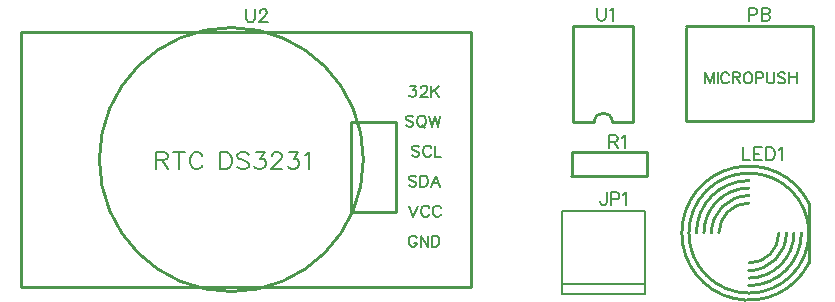
<source format=gto>
G04 Layer: TopSilkscreenLayer*
G04 EasyEDA v6.5.38, 2023-11-21 20:31:00*
G04 3b2ada83d2834a8189a3dbe9e069efb4,bdc27fef4a1345bbb39b87b2aadd64ff,10*
G04 Gerber Generator version 0.2*
G04 Scale: 100 percent, Rotated: No, Reflected: No *
G04 Dimensions in millimeters *
G04 leading zeros omitted , absolute positions ,4 integer and 5 decimal *
%FSLAX45Y45*%
%MOMM*%

%ADD10C,0.1524*%
%ADD11C,0.2032*%
%ADD12C,0.2540*%

%LPD*%
D10*
X6046470Y3036315D02*
G01*
X6046470Y2953257D01*
X6041136Y2937510D01*
X6036056Y2932429D01*
X6025641Y2927350D01*
X6015227Y2927350D01*
X6004813Y2932429D01*
X5999479Y2937510D01*
X5994400Y2953257D01*
X5994400Y2963671D01*
X6080759Y3036315D02*
G01*
X6080759Y2927350D01*
X6080759Y3036315D02*
G01*
X6127495Y3036315D01*
X6142990Y3031236D01*
X6148070Y3025902D01*
X6153404Y3015487D01*
X6153404Y2999994D01*
X6148070Y2989579D01*
X6142990Y2984500D01*
X6127495Y2979165D01*
X6080759Y2979165D01*
X6187693Y3015487D02*
G01*
X6198108Y3020821D01*
X6213602Y3036315D01*
X6213602Y2927350D01*
X7200900Y3417315D02*
G01*
X7200900Y3308350D01*
X7200900Y3308350D02*
G01*
X7263129Y3308350D01*
X7297420Y3417315D02*
G01*
X7297420Y3308350D01*
X7297420Y3417315D02*
G01*
X7364984Y3417315D01*
X7297420Y3365500D02*
G01*
X7339075Y3365500D01*
X7297420Y3308350D02*
G01*
X7364984Y3308350D01*
X7399274Y3417315D02*
G01*
X7399274Y3308350D01*
X7399274Y3417315D02*
G01*
X7435850Y3417315D01*
X7451343Y3412236D01*
X7461758Y3401821D01*
X7466838Y3391407D01*
X7472172Y3375660D01*
X7472172Y3349752D01*
X7466838Y3334257D01*
X7461758Y3323844D01*
X7451343Y3313429D01*
X7435850Y3308350D01*
X7399274Y3308350D01*
X7506461Y3396487D02*
G01*
X7516875Y3401821D01*
X7532370Y3417315D01*
X7532370Y3308350D01*
X7251700Y4598415D02*
G01*
X7251700Y4489450D01*
X7251700Y4598415D02*
G01*
X7298436Y4598415D01*
X7313929Y4593336D01*
X7319263Y4588002D01*
X7324343Y4577587D01*
X7324343Y4562094D01*
X7319263Y4551679D01*
X7313929Y4546600D01*
X7298436Y4541265D01*
X7251700Y4541265D01*
X7358634Y4598415D02*
G01*
X7358634Y4489450D01*
X7358634Y4598415D02*
G01*
X7405370Y4598415D01*
X7421118Y4593336D01*
X7426197Y4588002D01*
X7431531Y4577587D01*
X7431531Y4567173D01*
X7426197Y4556760D01*
X7421118Y4551679D01*
X7405370Y4546600D01*
X7358634Y4546600D02*
G01*
X7405370Y4546600D01*
X7421118Y4541265D01*
X7426197Y4536186D01*
X7431531Y4525771D01*
X7431531Y4510023D01*
X7426197Y4499610D01*
X7421118Y4494529D01*
X7405370Y4489450D01*
X7358634Y4489450D01*
D11*
X6883400Y4055115D02*
G01*
X6883400Y3959611D01*
X6883400Y4055115D02*
G01*
X6919722Y3959611D01*
X6956043Y4055115D02*
G01*
X6919722Y3959611D01*
X6956043Y4055115D02*
G01*
X6956043Y3959611D01*
X6986015Y4055115D02*
G01*
X6986015Y3959611D01*
X7084313Y4032255D02*
G01*
X7079741Y4041399D01*
X7070597Y4050543D01*
X7061708Y4055115D01*
X7043420Y4055115D01*
X7034275Y4050543D01*
X7025131Y4041399D01*
X7020559Y4032255D01*
X7016241Y4018793D01*
X7016241Y3995933D01*
X7020559Y3982217D01*
X7025131Y3973327D01*
X7034275Y3964183D01*
X7043420Y3959611D01*
X7061708Y3959611D01*
X7070597Y3964183D01*
X7079741Y3973327D01*
X7084313Y3982217D01*
X7114286Y4055115D02*
G01*
X7114286Y3959611D01*
X7114286Y4055115D02*
G01*
X7155179Y4055115D01*
X7168895Y4050543D01*
X7173468Y4045971D01*
X7178040Y4036827D01*
X7178040Y4027683D01*
X7173468Y4018793D01*
X7168895Y4014221D01*
X7155179Y4009649D01*
X7114286Y4009649D01*
X7146036Y4009649D02*
G01*
X7178040Y3959611D01*
X7235190Y4055115D02*
G01*
X7226045Y4050543D01*
X7217156Y4041399D01*
X7212584Y4032255D01*
X7208011Y4018793D01*
X7208011Y3995933D01*
X7212584Y3982217D01*
X7217156Y3973327D01*
X7226045Y3964183D01*
X7235190Y3959611D01*
X7253477Y3959611D01*
X7262368Y3964183D01*
X7271511Y3973327D01*
X7276084Y3982217D01*
X7280656Y3995933D01*
X7280656Y4018793D01*
X7276084Y4032255D01*
X7271511Y4041399D01*
X7262368Y4050543D01*
X7253477Y4055115D01*
X7235190Y4055115D01*
X7310627Y4055115D02*
G01*
X7310627Y3959611D01*
X7310627Y4055115D02*
G01*
X7351522Y4055115D01*
X7365238Y4050543D01*
X7369809Y4045971D01*
X7374381Y4036827D01*
X7374381Y4023111D01*
X7369809Y4014221D01*
X7365238Y4009649D01*
X7351522Y4005077D01*
X7310627Y4005077D01*
X7404354Y4055115D02*
G01*
X7404354Y3986789D01*
X7408925Y3973327D01*
X7418070Y3964183D01*
X7431531Y3959611D01*
X7440675Y3959611D01*
X7454391Y3964183D01*
X7463281Y3973327D01*
X7467854Y3986789D01*
X7467854Y4055115D01*
X7561579Y4041399D02*
G01*
X7552436Y4050543D01*
X7538974Y4055115D01*
X7520686Y4055115D01*
X7506970Y4050543D01*
X7497825Y4041399D01*
X7497825Y4032255D01*
X7502397Y4023111D01*
X7506970Y4018793D01*
X7516113Y4014221D01*
X7543291Y4005077D01*
X7552436Y4000505D01*
X7557008Y3995933D01*
X7561579Y3986789D01*
X7561579Y3973327D01*
X7552436Y3964183D01*
X7538974Y3959611D01*
X7520686Y3959611D01*
X7506970Y3964183D01*
X7497825Y3973327D01*
X7591552Y4055115D02*
G01*
X7591552Y3959611D01*
X7655306Y4055115D02*
G01*
X7655306Y3959611D01*
X7591552Y4009649D02*
G01*
X7655306Y4009649D01*
D10*
X6070600Y3518915D02*
G01*
X6070600Y3409950D01*
X6070600Y3518915D02*
G01*
X6117336Y3518915D01*
X6132829Y3513836D01*
X6138163Y3508502D01*
X6143243Y3498087D01*
X6143243Y3487673D01*
X6138163Y3477260D01*
X6132829Y3472179D01*
X6117336Y3467100D01*
X6070600Y3467100D01*
X6106922Y3467100D02*
G01*
X6143243Y3409950D01*
X6177534Y3498087D02*
G01*
X6187947Y3503421D01*
X6203695Y3518915D01*
X6203695Y3409950D01*
X5969000Y4598415D02*
G01*
X5969000Y4520437D01*
X5974079Y4504944D01*
X5984493Y4494529D01*
X6000241Y4489450D01*
X6010656Y4489450D01*
X6026150Y4494529D01*
X6036563Y4504944D01*
X6041643Y4520437D01*
X6041643Y4598415D01*
X6075934Y4577587D02*
G01*
X6086347Y4582921D01*
X6102095Y4598415D01*
X6102095Y4489450D01*
X2997200Y4585715D02*
G01*
X2997200Y4507737D01*
X3002279Y4492244D01*
X3012693Y4481829D01*
X3028441Y4476750D01*
X3038856Y4476750D01*
X3054350Y4481829D01*
X3064763Y4492244D01*
X3069843Y4507737D01*
X3069843Y4585715D01*
X3109468Y4559807D02*
G01*
X3109468Y4564887D01*
X3114547Y4575302D01*
X3119881Y4580636D01*
X3130295Y4585715D01*
X3150870Y4585715D01*
X3161284Y4580636D01*
X3166618Y4575302D01*
X3171697Y4564887D01*
X3171697Y4554473D01*
X3166618Y4544060D01*
X3156204Y4528565D01*
X3104134Y4476750D01*
X3177031Y4476750D01*
D11*
X2235200Y3378200D02*
G01*
X2235200Y3232912D01*
X2235200Y3378200D02*
G01*
X2297429Y3378200D01*
X2318258Y3371342D01*
X2325370Y3364484D01*
X2332227Y3350513D01*
X2332227Y3336797D01*
X2325370Y3322828D01*
X2318258Y3315970D01*
X2297429Y3309112D01*
X2235200Y3309112D01*
X2283713Y3309112D02*
G01*
X2332227Y3232912D01*
X2426461Y3378200D02*
G01*
X2426461Y3232912D01*
X2377947Y3378200D02*
G01*
X2474975Y3378200D01*
X2624581Y3343655D02*
G01*
X2617470Y3357371D01*
X2603754Y3371342D01*
X2589784Y3378200D01*
X2562097Y3378200D01*
X2548381Y3371342D01*
X2534411Y3357371D01*
X2527554Y3343655D01*
X2520695Y3322828D01*
X2520695Y3288284D01*
X2527554Y3267455D01*
X2534411Y3253486D01*
X2548381Y3239770D01*
X2562097Y3232912D01*
X2589784Y3232912D01*
X2603754Y3239770D01*
X2617470Y3253486D01*
X2624581Y3267455D01*
X2776981Y3378200D02*
G01*
X2776981Y3232912D01*
X2776981Y3378200D02*
G01*
X2825495Y3378200D01*
X2846070Y3371342D01*
X2860040Y3357371D01*
X2866897Y3343655D01*
X2874009Y3322828D01*
X2874009Y3288284D01*
X2866897Y3267455D01*
X2860040Y3253486D01*
X2846070Y3239770D01*
X2825495Y3232912D01*
X2776981Y3232912D01*
X3016504Y3357371D02*
G01*
X3002788Y3371342D01*
X2981959Y3378200D01*
X2954274Y3378200D01*
X2933445Y3371342D01*
X2919729Y3357371D01*
X2919729Y3343655D01*
X2926588Y3329686D01*
X2933445Y3322828D01*
X2947415Y3315970D01*
X2988818Y3302000D01*
X3002788Y3295142D01*
X3009645Y3288284D01*
X3016504Y3274313D01*
X3016504Y3253486D01*
X3002788Y3239770D01*
X2981959Y3232912D01*
X2954274Y3232912D01*
X2933445Y3239770D01*
X2919729Y3253486D01*
X3076193Y3378200D02*
G01*
X3152393Y3378200D01*
X3110738Y3322828D01*
X3131565Y3322828D01*
X3145536Y3315970D01*
X3152393Y3309112D01*
X3159252Y3288284D01*
X3159252Y3274313D01*
X3152393Y3253486D01*
X3138424Y3239770D01*
X3117850Y3232912D01*
X3097022Y3232912D01*
X3076193Y3239770D01*
X3069336Y3246628D01*
X3062224Y3260597D01*
X3211829Y3343655D02*
G01*
X3211829Y3350513D01*
X3218941Y3364484D01*
X3225800Y3371342D01*
X3239770Y3378200D01*
X3267456Y3378200D01*
X3281172Y3371342D01*
X3288029Y3364484D01*
X3295141Y3350513D01*
X3295141Y3336797D01*
X3288029Y3322828D01*
X3274313Y3302000D01*
X3204972Y3232912D01*
X3302000Y3232912D01*
X3361690Y3378200D02*
G01*
X3437890Y3378200D01*
X3396234Y3322828D01*
X3417061Y3322828D01*
X3430777Y3315970D01*
X3437890Y3309112D01*
X3444747Y3288284D01*
X3444747Y3274313D01*
X3437890Y3253486D01*
X3423920Y3239770D01*
X3403091Y3232912D01*
X3382263Y3232912D01*
X3361690Y3239770D01*
X3354577Y3246628D01*
X3347720Y3260597D01*
X3490468Y3350513D02*
G01*
X3504184Y3357371D01*
X3525011Y3378200D01*
X3525011Y3232912D01*
X4462779Y3419855D02*
G01*
X4453381Y3429000D01*
X4439665Y3433571D01*
X4421124Y3433571D01*
X4407154Y3429000D01*
X4398009Y3419855D01*
X4398009Y3410457D01*
X4402581Y3401313D01*
X4407154Y3396742D01*
X4416552Y3392170D01*
X4444238Y3382771D01*
X4453381Y3378200D01*
X4457954Y3373628D01*
X4462779Y3364229D01*
X4462779Y3350513D01*
X4453381Y3341370D01*
X4439665Y3336544D01*
X4421124Y3336544D01*
X4407154Y3341370D01*
X4398009Y3350513D01*
X4562347Y3410457D02*
G01*
X4557775Y3419855D01*
X4548631Y3429000D01*
X4539234Y3433571D01*
X4520945Y3433571D01*
X4511547Y3429000D01*
X4502404Y3419855D01*
X4497831Y3410457D01*
X4493259Y3396742D01*
X4493259Y3373628D01*
X4497831Y3359657D01*
X4502404Y3350513D01*
X4511547Y3341370D01*
X4520945Y3336544D01*
X4539234Y3336544D01*
X4548631Y3341370D01*
X4557775Y3350513D01*
X4562347Y3359657D01*
X4592827Y3433571D02*
G01*
X4592827Y3336544D01*
X4592827Y3336544D02*
G01*
X4648200Y3336544D01*
X4437379Y3165855D02*
G01*
X4427981Y3175000D01*
X4414265Y3179571D01*
X4395724Y3179571D01*
X4381754Y3175000D01*
X4372609Y3165855D01*
X4372609Y3156457D01*
X4377181Y3147313D01*
X4381754Y3142742D01*
X4391152Y3138170D01*
X4418838Y3128771D01*
X4427981Y3124200D01*
X4432554Y3119628D01*
X4437379Y3110229D01*
X4437379Y3096513D01*
X4427981Y3087370D01*
X4414265Y3082544D01*
X4395724Y3082544D01*
X4381754Y3087370D01*
X4372609Y3096513D01*
X4467859Y3179571D02*
G01*
X4467859Y3082544D01*
X4467859Y3179571D02*
G01*
X4500118Y3179571D01*
X4513834Y3175000D01*
X4523231Y3165855D01*
X4527804Y3156457D01*
X4532375Y3142742D01*
X4532375Y3119628D01*
X4527804Y3105657D01*
X4523231Y3096513D01*
X4513834Y3087370D01*
X4500118Y3082544D01*
X4467859Y3082544D01*
X4599940Y3179571D02*
G01*
X4562856Y3082544D01*
X4599940Y3179571D02*
G01*
X4636770Y3082544D01*
X4576825Y3115055D02*
G01*
X4622800Y3115055D01*
X4372609Y2925571D02*
G01*
X4409440Y2828544D01*
X4446524Y2925571D02*
G01*
X4409440Y2828544D01*
X4546345Y2902457D02*
G01*
X4541520Y2911855D01*
X4532375Y2921000D01*
X4523231Y2925571D01*
X4504690Y2925571D01*
X4495545Y2921000D01*
X4486147Y2911855D01*
X4481575Y2902457D01*
X4477004Y2888742D01*
X4477004Y2865628D01*
X4481575Y2851657D01*
X4486147Y2842513D01*
X4495545Y2833370D01*
X4504690Y2828544D01*
X4523231Y2828544D01*
X4532375Y2833370D01*
X4541520Y2842513D01*
X4546345Y2851657D01*
X4645913Y2902457D02*
G01*
X4641341Y2911855D01*
X4632197Y2921000D01*
X4622800Y2925571D01*
X4604511Y2925571D01*
X4595113Y2921000D01*
X4585970Y2911855D01*
X4581397Y2902457D01*
X4576825Y2888742D01*
X4576825Y2865628D01*
X4581397Y2851657D01*
X4585970Y2842513D01*
X4595113Y2833370D01*
X4604511Y2828544D01*
X4622800Y2828544D01*
X4632197Y2833370D01*
X4641341Y2842513D01*
X4645913Y2851657D01*
X4441952Y2648457D02*
G01*
X4437379Y2657855D01*
X4427981Y2667000D01*
X4418838Y2671571D01*
X4400295Y2671571D01*
X4391152Y2667000D01*
X4381754Y2657855D01*
X4377181Y2648457D01*
X4372609Y2634742D01*
X4372609Y2611628D01*
X4377181Y2597657D01*
X4381754Y2588513D01*
X4391152Y2579370D01*
X4400295Y2574544D01*
X4418838Y2574544D01*
X4427981Y2579370D01*
X4437379Y2588513D01*
X4441952Y2597657D01*
X4441952Y2611628D01*
X4418838Y2611628D02*
G01*
X4441952Y2611628D01*
X4472431Y2671571D02*
G01*
X4472431Y2574544D01*
X4472431Y2671571D02*
G01*
X4536947Y2574544D01*
X4536947Y2671571D02*
G01*
X4536947Y2574544D01*
X4567427Y2671571D02*
G01*
X4567427Y2574544D01*
X4567427Y2671571D02*
G01*
X4599940Y2671571D01*
X4613656Y2667000D01*
X4622800Y2657855D01*
X4627625Y2648457D01*
X4632197Y2634742D01*
X4632197Y2611628D01*
X4627625Y2597657D01*
X4622800Y2588513D01*
X4613656Y2579370D01*
X4599940Y2574544D01*
X4567427Y2574544D01*
X4381754Y3941571D02*
G01*
X4432554Y3941571D01*
X4404868Y3904742D01*
X4418838Y3904742D01*
X4427981Y3900170D01*
X4432554Y3895344D01*
X4437379Y3881628D01*
X4437379Y3872229D01*
X4432554Y3858513D01*
X4423409Y3849370D01*
X4409440Y3844544D01*
X4395724Y3844544D01*
X4381754Y3849370D01*
X4377181Y3853942D01*
X4372609Y3863086D01*
X4472431Y3918457D02*
G01*
X4472431Y3923029D01*
X4477004Y3932428D01*
X4481575Y3937000D01*
X4490720Y3941571D01*
X4509261Y3941571D01*
X4518659Y3937000D01*
X4523231Y3932428D01*
X4527804Y3923029D01*
X4527804Y3913886D01*
X4523231Y3904742D01*
X4513834Y3890771D01*
X4467859Y3844544D01*
X4532375Y3844544D01*
X4562856Y3941571D02*
G01*
X4562856Y3844544D01*
X4627625Y3941571D02*
G01*
X4562856Y3877055D01*
X4585970Y3900170D02*
G01*
X4627625Y3844544D01*
X4411979Y3673855D02*
G01*
X4402581Y3683000D01*
X4388865Y3687571D01*
X4370324Y3687571D01*
X4356354Y3683000D01*
X4347209Y3673855D01*
X4347209Y3664457D01*
X4351781Y3655313D01*
X4356354Y3650742D01*
X4365752Y3646170D01*
X4393438Y3636771D01*
X4402581Y3632200D01*
X4407154Y3627628D01*
X4411979Y3618229D01*
X4411979Y3604513D01*
X4402581Y3595370D01*
X4388865Y3590544D01*
X4370324Y3590544D01*
X4356354Y3595370D01*
X4347209Y3604513D01*
X4470145Y3687571D02*
G01*
X4460747Y3683000D01*
X4451604Y3673855D01*
X4447031Y3664457D01*
X4442459Y3650742D01*
X4442459Y3627628D01*
X4447031Y3613657D01*
X4451604Y3604513D01*
X4460747Y3595370D01*
X4470145Y3590544D01*
X4488434Y3590544D01*
X4497831Y3595370D01*
X4506975Y3604513D01*
X4511547Y3613657D01*
X4516120Y3627628D01*
X4516120Y3650742D01*
X4511547Y3664457D01*
X4506975Y3673855D01*
X4497831Y3683000D01*
X4488434Y3687571D01*
X4470145Y3687571D01*
X4483861Y3609086D02*
G01*
X4511547Y3581400D01*
X4546600Y3687571D02*
G01*
X4569713Y3590544D01*
X4592827Y3687571D02*
G01*
X4569713Y3590544D01*
X4592827Y3687571D02*
G01*
X4615941Y3590544D01*
X4639056Y3687571D02*
G01*
X4615941Y3590544D01*
X5668594Y2880004D02*
G01*
X6368592Y2880004D01*
X6368592Y2259990D01*
X6368592Y2180005D01*
X5668594Y2180005D01*
X5668594Y2259990D01*
X5668594Y2880004D01*
X6368592Y2259990D02*
G01*
X5668594Y2259990D01*
D12*
X7759700Y2946400D02*
G01*
X7759700Y2438400D01*
X6718300Y4445000D02*
G01*
X7797800Y4445000D01*
X7797800Y3644900D01*
X6718300Y3644900D01*
X6718300Y4432300D01*
X6379799Y3175000D02*
G01*
X5749797Y3175000D01*
X6390640Y3375660D02*
G01*
X6390640Y3175660D01*
X5750559Y3375660D02*
G01*
X6380561Y3375660D01*
X5750559Y3177539D02*
G01*
X5750559Y3377539D01*
X5943600Y3632200D02*
G01*
X5943600Y3632200D01*
X5765800Y3632200D01*
X5765800Y4445000D01*
X6273800Y4445000D01*
X6273800Y3632200D01*
X6096000Y3632200D01*
X6096000Y3632200D01*
X4902200Y2235200D02*
G01*
X4902200Y4394200D01*
X4902200Y2235200D02*
G01*
X1092200Y2235200D01*
X1092200Y4394200D01*
X4902200Y4394200D01*
X3886200Y2870200D02*
G01*
X3886200Y3632200D01*
X4267200Y3632200D01*
X4267200Y3251200D01*
X4267200Y2870200D01*
X3886200Y2870200D01*
G75*
G01*
X7759700Y2438400D02*
G02*
X7759700Y2946400I-507998J254000D01*
G75*
G01*
X7696200Y2692400D02*
G02*
X7251700Y2247900I-444499J-1D01*
G75*
G01*
X7632700Y2692400D02*
G02*
X7251700Y2311400I-380999J-1D01*
G75*
G01*
X7569200Y2692400D02*
G02*
X7251700Y2374900I-317499J-1D01*
G75*
G01*
X7505700Y2692400D02*
G02*
X7251700Y2438400I-253999J-1D01*
G75*
G01*
X6807200Y2692400D02*
G02*
X7251700Y3136900I444499J1D01*
G75*
G01*
X6870700Y2692400D02*
G02*
X7251700Y3073400I380999J1D01*
G75*
G01*
X6934200Y2692400D02*
G02*
X7251700Y3009900I317499J1D01*
G75*
G01*
X6997700Y2692400D02*
G02*
X7251700Y2946400I253999J1D01*
G75*
G01*
X6096000Y3632200D02*
G03*
X5943600Y3632200I-76200J0D01*
G75*
G01
X7759700Y2692400D02*
G03X7759700Y2692400I-508000J0D01*
G75*
G01
X3987800Y3314700D02*
G03X3987800Y3314700I-1117600J0D01*
M02*

</source>
